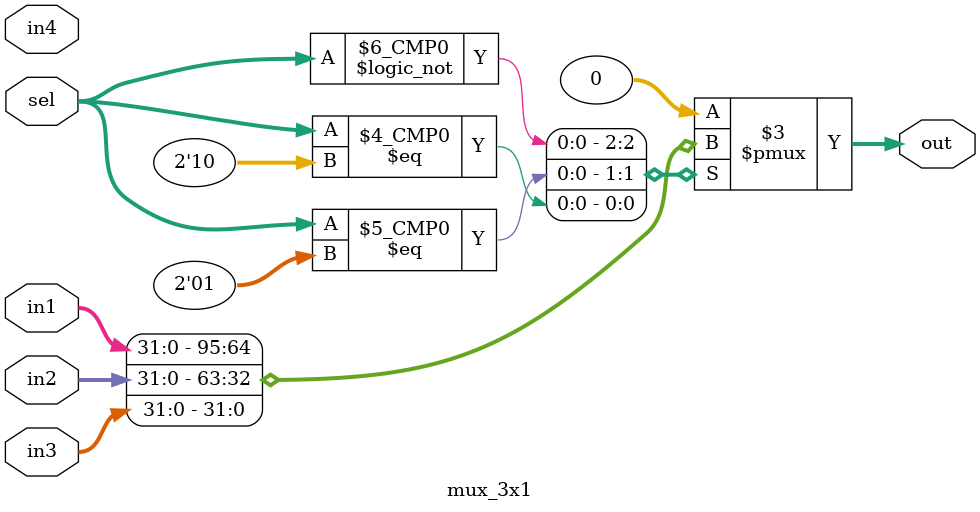
<source format=v>
`timescale 1ns / 1ps


module mux_3x1(
    input [31:0] in1,
    input [31:0] in2,
    input [31:0] in3,
    input [31:0] in4,
    input [1:0] sel,
    output reg [31:0] out
    );

    always @(*) begin
        case (sel)
            2'b00: out <= in1;
            2'b01: out <= in2;
            2'b10: out <= in3;  
            default: out <= 32'd0; 
        endcase
    end

endmodule

</source>
